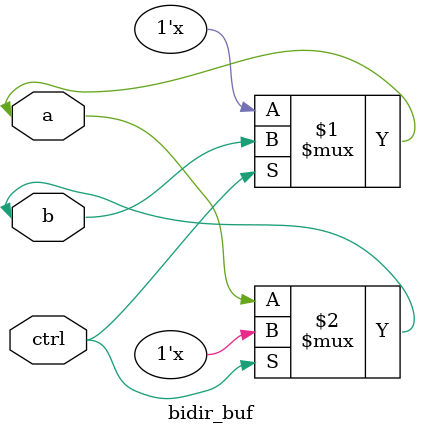
<source format=v>
module bidir_buf(inout a,b,
		 input ctrl);

bufif1 b0(a,b,ctrl);
bufif0 b1(b,a,ctrl);

endmodule

</source>
